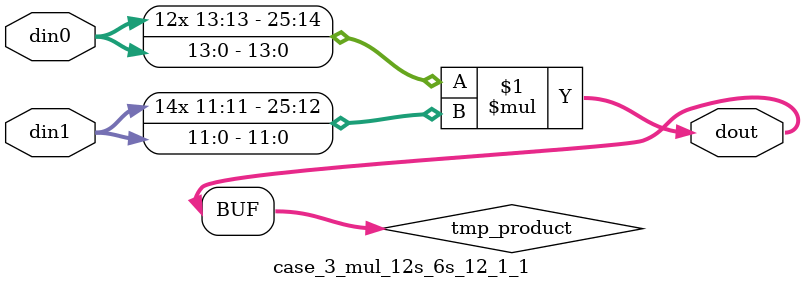
<source format=v>

`timescale 1 ns / 1 ps

 module case_3_mul_12s_6s_12_1_1(din0, din1, dout);
parameter ID = 1;
parameter NUM_STAGE = 0;
parameter din0_WIDTH = 14;
parameter din1_WIDTH = 12;
parameter dout_WIDTH = 26;

input [din0_WIDTH - 1 : 0] din0; 
input [din1_WIDTH - 1 : 0] din1; 
output [dout_WIDTH - 1 : 0] dout;

wire signed [dout_WIDTH - 1 : 0] tmp_product;



























assign tmp_product = $signed(din0) * $signed(din1);








assign dout = tmp_product;





















endmodule

</source>
